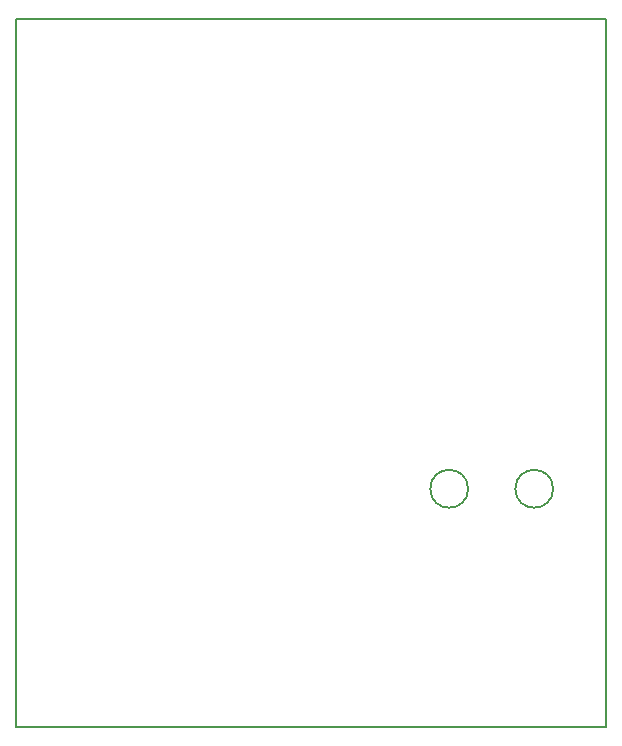
<source format=gbr>
G04 #@! TF.FileFunction,Profile,NP*
%FSLAX46Y46*%
G04 Gerber Fmt 4.6, Leading zero omitted, Abs format (unit mm)*
G04 Created by KiCad (PCBNEW 4.0.6+dfsg1-1) date Tue May  1 20:04:25 2018*
%MOMM*%
%LPD*%
G01*
G04 APERTURE LIST*
%ADD10C,0.100000*%
%ADD11C,0.150000*%
G04 APERTURE END LIST*
D10*
D11*
X171500000Y-127300000D02*
G75*
G03X171500000Y-127300000I-1600000J0D01*
G01*
X178700000Y-127300000D02*
G75*
G03X178700000Y-127300000I-1600000J0D01*
G01*
X183200000Y-147500000D02*
X183200000Y-87500000D01*
X133200000Y-87500000D02*
X133200000Y-147500000D01*
X133200000Y-147500000D02*
X183200000Y-147500000D01*
X183200000Y-87500000D02*
X133200000Y-87500000D01*
M02*

</source>
